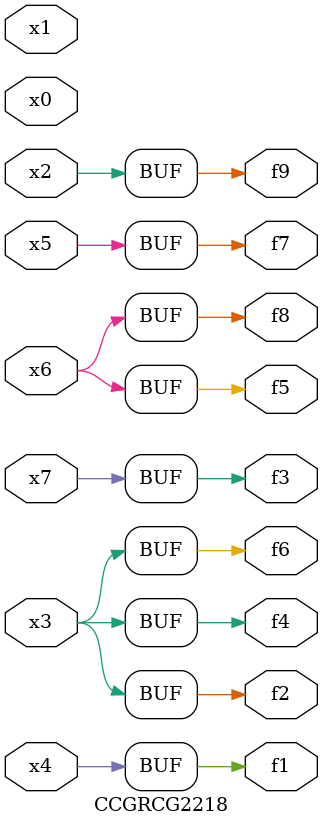
<source format=v>
module CCGRCG2218(
	input x0, x1, x2, x3, x4, x5, x6, x7,
	output f1, f2, f3, f4, f5, f6, f7, f8, f9
);
	assign f1 = x4;
	assign f2 = x3;
	assign f3 = x7;
	assign f4 = x3;
	assign f5 = x6;
	assign f6 = x3;
	assign f7 = x5;
	assign f8 = x6;
	assign f9 = x2;
endmodule

</source>
